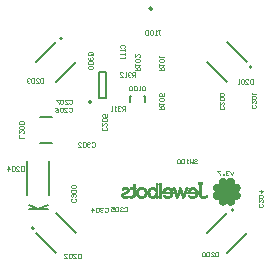
<source format=gbo>
G04 Layer_Color=32896*
%FSLAX25Y25*%
%MOIN*%
G70*
G01*
G75*
%ADD44C,0.00400*%
%ADD46C,0.00500*%
%ADD75C,0.00787*%
%ADD138C,0.00100*%
D44*
X5800Y12800D02*
X7299D01*
Y13550D01*
X7050Y13800D01*
X6550D01*
X6300Y13550D01*
Y12800D01*
Y13300D02*
X5800Y13800D01*
Y14299D02*
Y14799D01*
Y14549D01*
X7299D01*
X7050Y14299D01*
Y15549D02*
X7299Y15799D01*
Y16299D01*
X7050Y16549D01*
X6050D01*
X5800Y16299D01*
Y15799D01*
X6050Y15549D01*
X7050D01*
X7299Y18048D02*
Y17049D01*
X6550D01*
X6800Y17549D01*
Y17798D01*
X6550Y18048D01*
X6050D01*
X5800Y17798D01*
Y17299D01*
X6050Y17049D01*
X82Y19334D02*
Y20334D01*
X332Y20584D01*
X832D01*
X1082Y20334D01*
Y19334D01*
X832Y19084D01*
X332D01*
X582Y19584D02*
X82Y19084D01*
X332D02*
X82Y19334D01*
X-418Y19084D02*
X-918D01*
X-668D01*
Y20584D01*
X-418Y20334D01*
X-1667D02*
X-1917Y20584D01*
X-2417D01*
X-2667Y20334D01*
Y19334D01*
X-2417Y19084D01*
X-1917D01*
X-1667Y19334D01*
Y20334D01*
X-3167D02*
X-3417Y20584D01*
X-3917D01*
X-4167Y20334D01*
Y19334D01*
X-3917Y19084D01*
X-3417D01*
X-3167Y19334D01*
Y20334D01*
X17500Y-4050D02*
X17750Y-3801D01*
X18250D01*
X18500Y-4050D01*
Y-4300D01*
X18250Y-4550D01*
X17750D01*
X17500Y-4800D01*
Y-5050D01*
X17750Y-5300D01*
X18250D01*
X18500Y-5050D01*
X17000Y-3801D02*
Y-5300D01*
X16501Y-4800D01*
X16001Y-5300D01*
Y-3801D01*
X15501Y-5300D02*
X15001D01*
X15251D01*
Y-3801D01*
X15501Y-4050D01*
X14251D02*
X14001Y-3801D01*
X13502D01*
X13252Y-4050D01*
Y-5050D01*
X13502Y-5300D01*
X14001D01*
X14251Y-5050D01*
Y-4050D01*
X12752D02*
X12502Y-3801D01*
X12002D01*
X11752Y-4050D01*
Y-5050D01*
X12002Y-5300D01*
X12502D01*
X12752Y-5050D01*
Y-4050D01*
X-2100Y23600D02*
Y25100D01*
X-2850D01*
X-3100Y24850D01*
Y24350D01*
X-2850Y24100D01*
X-2100D01*
X-2600D02*
X-3100Y23600D01*
X-3599Y24850D02*
X-3849Y25100D01*
X-4349D01*
X-4599Y24850D01*
Y24600D01*
X-4349Y24350D01*
X-4099D01*
X-4349D01*
X-4599Y24100D01*
Y23850D01*
X-4349Y23600D01*
X-3849D01*
X-3599Y23850D01*
X-5099Y23600D02*
X-5599D01*
X-5349D01*
Y25100D01*
X-5099Y24850D01*
X-7348Y23600D02*
X-6349D01*
X-7348Y24600D01*
Y24850D01*
X-7098Y25100D01*
X-6599D01*
X-6349Y24850D01*
X-5500Y12300D02*
Y13800D01*
X-6250D01*
X-6500Y13550D01*
Y13050D01*
X-6250Y12800D01*
X-5500D01*
X-6000D02*
X-6500Y12300D01*
X-7000Y13550D02*
X-7249Y13800D01*
X-7749D01*
X-7999Y13550D01*
Y13300D01*
X-7749Y13050D01*
X-7499D01*
X-7749D01*
X-7999Y12800D01*
Y12550D01*
X-7749Y12300D01*
X-7249D01*
X-7000Y12550D01*
X-8499Y12300D02*
X-8999D01*
X-8749D01*
Y13800D01*
X-8499Y13550D01*
X-9749Y12300D02*
X-10249D01*
X-9999D01*
Y13800D01*
X-9749Y13550D01*
X-2119Y25800D02*
X-619D01*
Y26550D01*
X-869Y26800D01*
X-1369D01*
X-1619Y26550D01*
Y25800D01*
Y26300D02*
X-2119Y26800D01*
Y27299D02*
Y27799D01*
Y27549D01*
X-619D01*
X-869Y27299D01*
Y28549D02*
X-619Y28799D01*
Y29299D01*
X-869Y29549D01*
X-1869D01*
X-2119Y29299D01*
Y28799D01*
X-1869Y28549D01*
X-869D01*
X-2119Y31048D02*
Y30049D01*
X-1119Y31048D01*
X-869D01*
X-619Y30798D01*
Y30299D01*
X-869Y30049D01*
X5880Y25782D02*
X7380D01*
Y26532D01*
X7130Y26782D01*
X6630D01*
X6380Y26532D01*
Y25782D01*
Y26282D02*
X5880Y26782D01*
Y27281D02*
Y27781D01*
Y27531D01*
X7380D01*
X7130Y27281D01*
Y28531D02*
X7380Y28781D01*
Y29281D01*
X7130Y29531D01*
X6130D01*
X5880Y29281D01*
Y28781D01*
X6130Y28531D01*
X7130D01*
X5880Y30031D02*
Y30530D01*
Y30281D01*
X7380D01*
X7130Y30031D01*
X-16650Y30700D02*
X-17650D01*
X-17899Y30950D01*
Y31450D01*
X-17650Y31700D01*
X-16650D01*
X-16400Y31450D01*
Y30950D01*
X-16900Y31200D02*
X-16400Y30700D01*
Y30950D02*
X-16650Y30700D01*
X-17650Y30200D02*
X-17899Y29951D01*
Y29451D01*
X-17650Y29201D01*
X-17400D01*
X-17150Y29451D01*
Y29701D01*
Y29451D01*
X-16900Y29201D01*
X-16650D01*
X-16400Y29451D01*
Y29951D01*
X-16650Y30200D01*
X-17650Y28701D02*
X-17899Y28451D01*
Y27951D01*
X-17650Y27701D01*
X-16650D01*
X-16400Y27951D01*
Y28451D01*
X-16650Y28701D01*
X-17650D01*
Y27201D02*
X-17899Y26952D01*
Y26452D01*
X-17650Y26202D01*
X-16650D01*
X-16400Y26452D01*
Y26952D01*
X-16650Y27201D01*
X-17650D01*
X-39301Y3200D02*
X-40800D01*
Y4200D01*
Y5699D02*
Y4699D01*
X-39800Y5699D01*
X-39550D01*
X-39301Y5449D01*
Y4949D01*
X-39550Y4699D01*
Y6199D02*
X-39301Y6449D01*
Y6949D01*
X-39550Y7199D01*
X-40550D01*
X-40800Y6949D01*
Y6449D01*
X-40550Y6199D01*
X-39550D01*
Y7699D02*
X-39301Y7948D01*
Y8448D01*
X-39550Y8698D01*
X-40550D01*
X-40800Y8448D01*
Y7948D01*
X-40550Y7699D01*
X-39550D01*
X5500Y39099D02*
X6000D01*
X5750D01*
Y37850D01*
X6000Y37600D01*
X6250D01*
X6500Y37850D01*
X5001Y37600D02*
X4501D01*
X4751D01*
Y39099D01*
X5001Y38850D01*
X3751D02*
X3501Y39099D01*
X3001D01*
X2751Y38850D01*
Y37850D01*
X3001Y37600D01*
X3501D01*
X3751Y37850D01*
Y38850D01*
X2251D02*
X2001Y39099D01*
X1502D01*
X1252Y38850D01*
Y37850D01*
X1502Y37600D01*
X2001D01*
X2251Y37850D01*
Y38850D01*
X-39400Y-6301D02*
Y-7800D01*
X-40150D01*
X-40400Y-7550D01*
Y-6550D01*
X-40150Y-6301D01*
X-39400D01*
X-41899Y-7800D02*
X-40900D01*
X-41899Y-6800D01*
Y-6550D01*
X-41649Y-6301D01*
X-41149D01*
X-40900Y-6550D01*
X-42399D02*
X-42649Y-6301D01*
X-43149D01*
X-43399Y-6550D01*
Y-7550D01*
X-43149Y-7800D01*
X-42649D01*
X-42399Y-7550D01*
Y-6550D01*
X-44648Y-7800D02*
Y-6301D01*
X-43899Y-7050D01*
X-44898D01*
X-32800Y23099D02*
Y21600D01*
X-33550D01*
X-33800Y21850D01*
Y22850D01*
X-33550Y23099D01*
X-32800D01*
X-35299Y21600D02*
X-34299D01*
X-35299Y22600D01*
Y22850D01*
X-35049Y23099D01*
X-34549D01*
X-34299Y22850D01*
X-35799D02*
X-36049Y23099D01*
X-36549D01*
X-36799Y22850D01*
Y21850D01*
X-36549Y21600D01*
X-36049D01*
X-35799Y21850D01*
Y22850D01*
X-37299D02*
X-37549Y23099D01*
X-38048D01*
X-38298Y22850D01*
Y22600D01*
X-38048Y22350D01*
X-37798D01*
X-38048D01*
X-38298Y22100D01*
Y21850D01*
X-38048Y21600D01*
X-37549D01*
X-37299Y21850D01*
X-20349Y-35332D02*
Y-36832D01*
X-21099D01*
X-21349Y-36582D01*
Y-35582D01*
X-21099Y-35332D01*
X-20349D01*
X-22849Y-36832D02*
X-21849D01*
X-22849Y-35832D01*
Y-35582D01*
X-22599Y-35332D01*
X-22099D01*
X-21849Y-35582D01*
X-23349D02*
X-23598Y-35332D01*
X-24098D01*
X-24348Y-35582D01*
Y-36582D01*
X-24098Y-36832D01*
X-23598D01*
X-23349Y-36582D01*
Y-35582D01*
X-25848Y-36832D02*
X-24848D01*
X-25848Y-35832D01*
Y-35582D01*
X-25598Y-35332D01*
X-25098D01*
X-24848Y-35582D01*
X37049Y22831D02*
Y21332D01*
X36300D01*
X36050Y21582D01*
Y22581D01*
X36300Y22831D01*
X37049D01*
X34550Y21332D02*
X35550D01*
X34550Y22331D01*
Y22581D01*
X34800Y22831D01*
X35300D01*
X35550Y22581D01*
X34051D02*
X33801Y22831D01*
X33301D01*
X33051Y22581D01*
Y21582D01*
X33301Y21332D01*
X33801D01*
X34051Y21582D01*
Y22581D01*
X32551Y21332D02*
X32051D01*
X32301D01*
Y22831D01*
X32551Y22581D01*
X25555Y-34738D02*
Y-36237D01*
X24805D01*
X24555Y-35987D01*
Y-34988D01*
X24805Y-34738D01*
X25555D01*
X23056Y-36237D02*
X24055D01*
X23056Y-35237D01*
Y-34988D01*
X23306Y-34738D01*
X23806D01*
X24055Y-34988D01*
X22556D02*
X22306Y-34738D01*
X21806D01*
X21556Y-34988D01*
Y-35987D01*
X21806Y-36237D01*
X22306D01*
X22556Y-35987D01*
Y-34988D01*
X21056D02*
X20807Y-34738D01*
X20307D01*
X20057Y-34988D01*
Y-35987D01*
X20307Y-36237D01*
X20807D01*
X21056Y-35987D01*
Y-34988D01*
X-5770Y-20050D02*
X-5520Y-19801D01*
X-5020D01*
X-4770Y-20050D01*
Y-21050D01*
X-5020Y-21300D01*
X-5520D01*
X-5770Y-21050D01*
X-6270Y-20050D02*
X-6520Y-19801D01*
X-7019D01*
X-7269Y-20050D01*
Y-20300D01*
X-7019Y-20550D01*
X-6769D01*
X-7019D01*
X-7269Y-20800D01*
Y-21050D01*
X-7019Y-21300D01*
X-6520D01*
X-6270Y-21050D01*
X-7769Y-20050D02*
X-8019Y-19801D01*
X-8519D01*
X-8769Y-20050D01*
Y-21050D01*
X-8519Y-21300D01*
X-8019D01*
X-7769Y-21050D01*
Y-20050D01*
X-10268Y-19801D02*
X-9269D01*
Y-20550D01*
X-9769Y-20300D01*
X-10018D01*
X-10268Y-20550D01*
Y-21050D01*
X-10018Y-21300D01*
X-9519D01*
X-9269Y-21050D01*
X-12389Y-20250D02*
X-12139Y-20000D01*
X-11639D01*
X-11389Y-20250D01*
Y-21250D01*
X-11639Y-21500D01*
X-12139D01*
X-12389Y-21250D01*
X-12889Y-20250D02*
X-13138Y-20000D01*
X-13638D01*
X-13888Y-20250D01*
Y-20500D01*
X-13638Y-20750D01*
X-13388D01*
X-13638D01*
X-13888Y-21000D01*
Y-21250D01*
X-13638Y-21500D01*
X-13138D01*
X-12889Y-21250D01*
X-14388Y-20250D02*
X-14638Y-20000D01*
X-15138D01*
X-15388Y-20250D01*
Y-21250D01*
X-15138Y-21500D01*
X-14638D01*
X-14388Y-21250D01*
Y-20250D01*
X-16637Y-21500D02*
Y-20000D01*
X-15888Y-20750D01*
X-16887D01*
X-16700Y1550D02*
X-16450Y1799D01*
X-15950D01*
X-15700Y1550D01*
Y550D01*
X-15950Y300D01*
X-16450D01*
X-16700Y550D01*
X-17199Y1550D02*
X-17449Y1799D01*
X-17949D01*
X-18199Y1550D01*
Y1300D01*
X-17949Y1050D01*
X-17699D01*
X-17949D01*
X-18199Y800D01*
Y550D01*
X-17949Y300D01*
X-17449D01*
X-17199Y550D01*
X-18699Y1550D02*
X-18949Y1799D01*
X-19449D01*
X-19699Y1550D01*
Y550D01*
X-19449Y300D01*
X-18949D01*
X-18699Y550D01*
Y1550D01*
X-21198Y300D02*
X-20198D01*
X-21198Y1300D01*
Y1550D01*
X-20948Y1799D01*
X-20448D01*
X-20198Y1550D01*
X-22250Y-17000D02*
X-22001Y-17250D01*
Y-17750D01*
X-22250Y-18000D01*
X-23250D01*
X-23500Y-17750D01*
Y-17250D01*
X-23250Y-17000D01*
X-22250Y-16500D02*
X-22001Y-16251D01*
Y-15751D01*
X-22250Y-15501D01*
X-22500D01*
X-22750Y-15751D01*
Y-16001D01*
Y-15751D01*
X-23000Y-15501D01*
X-23250D01*
X-23500Y-15751D01*
Y-16251D01*
X-23250Y-16500D01*
X-22250Y-15001D02*
X-22001Y-14751D01*
Y-14251D01*
X-22250Y-14001D01*
X-23250D01*
X-23500Y-14251D01*
Y-14751D01*
X-23250Y-15001D01*
X-22250D01*
Y-13501D02*
X-22001Y-13251D01*
Y-12752D01*
X-22250Y-12502D01*
X-23250D01*
X-23500Y-12752D01*
Y-13251D01*
X-23250Y-13501D01*
X-22250D01*
X-24200Y15750D02*
X-23950Y16000D01*
X-23450D01*
X-23200Y15750D01*
Y14750D01*
X-23450Y14500D01*
X-23950D01*
X-24200Y14750D01*
X-25699Y14500D02*
X-24700D01*
X-25699Y15500D01*
Y15750D01*
X-25449Y16000D01*
X-24949D01*
X-24700Y15750D01*
X-26199D02*
X-26449Y16000D01*
X-26949D01*
X-27199Y15750D01*
Y14750D01*
X-26949Y14500D01*
X-26449D01*
X-26199Y14750D01*
Y15750D01*
X-27699Y16000D02*
X-28698D01*
Y15750D01*
X-27699Y14750D01*
Y14500D01*
X-24300Y13050D02*
X-24050Y13299D01*
X-23550D01*
X-23300Y13050D01*
Y12050D01*
X-23550Y11800D01*
X-24050D01*
X-24300Y12050D01*
X-25799Y11800D02*
X-24800D01*
X-25799Y12800D01*
Y13050D01*
X-25549Y13299D01*
X-25049D01*
X-24800Y13050D01*
X-26299D02*
X-26549Y13299D01*
X-27049D01*
X-27299Y13050D01*
Y12050D01*
X-27049Y11800D01*
X-26549D01*
X-26299Y12050D01*
Y13050D01*
X-28798Y13299D02*
X-28298Y13050D01*
X-27799Y12550D01*
Y12050D01*
X-28049Y11800D01*
X-28548D01*
X-28798Y12050D01*
Y12300D01*
X-28548Y12550D01*
X-27799D01*
X-11850Y6700D02*
X-11601Y6450D01*
Y5950D01*
X-11850Y5700D01*
X-12850D01*
X-13100Y5950D01*
Y6450D01*
X-12850Y6700D01*
X-13100Y8199D02*
Y7199D01*
X-12100Y8199D01*
X-11850D01*
X-11601Y7949D01*
Y7449D01*
X-11850Y7199D01*
Y8699D02*
X-11601Y8949D01*
Y9449D01*
X-11850Y9699D01*
X-12850D01*
X-13100Y9449D01*
Y8949D01*
X-12850Y8699D01*
X-11850D01*
X-11601Y11198D02*
Y10199D01*
X-12350D01*
X-12100Y10698D01*
Y10948D01*
X-12350Y11198D01*
X-12850D01*
X-13100Y10948D01*
Y10448D01*
X-12850Y10199D01*
X40250Y-18800D02*
X40499Y-19050D01*
Y-19550D01*
X40250Y-19800D01*
X39250D01*
X39000Y-19550D01*
Y-19050D01*
X39250Y-18800D01*
X39000Y-17301D02*
Y-18301D01*
X40000Y-17301D01*
X40250D01*
X40499Y-17551D01*
Y-18051D01*
X40250Y-18301D01*
Y-16801D02*
X40499Y-16551D01*
Y-16051D01*
X40250Y-15801D01*
X39250D01*
X39000Y-16051D01*
Y-16551D01*
X39250Y-16801D01*
X40250D01*
X39000Y-14552D02*
X40499D01*
X39750Y-15301D01*
Y-14302D01*
X37850Y14200D02*
X38100Y13950D01*
Y13450D01*
X37850Y13200D01*
X36850D01*
X36600Y13450D01*
Y13950D01*
X36850Y14200D01*
X36600Y15699D02*
Y14699D01*
X37600Y15699D01*
X37850D01*
X38100Y15449D01*
Y14949D01*
X37850Y14699D01*
Y16199D02*
X38100Y16449D01*
Y16949D01*
X37850Y17199D01*
X36850D01*
X36600Y16949D01*
Y16449D01*
X36850Y16199D01*
X37850D01*
X36600Y17699D02*
Y18198D01*
Y17948D01*
X38100D01*
X37850Y17699D01*
X27250Y13700D02*
X27499Y13450D01*
Y12950D01*
X27250Y12700D01*
X26250D01*
X26000Y12950D01*
Y13450D01*
X26250Y13700D01*
X26000Y15199D02*
Y14199D01*
X27000Y15199D01*
X27250D01*
X27499Y14949D01*
Y14449D01*
X27250Y14199D01*
Y15699D02*
X27499Y15949D01*
Y16449D01*
X27250Y16699D01*
X26250D01*
X26000Y16449D01*
Y15949D01*
X26250Y15699D01*
X27250D01*
Y17199D02*
X27499Y17448D01*
Y17948D01*
X27250Y18198D01*
X26250D01*
X26000Y17948D01*
Y17448D01*
X26250Y17199D01*
X27250D01*
X-6949Y33225D02*
X-7199Y33475D01*
Y33974D01*
X-6949Y34224D01*
X-5949D01*
X-5699Y33974D01*
Y33475D01*
X-5949Y33225D01*
X-5699Y32725D02*
Y32225D01*
Y32475D01*
X-7199D01*
X-6949Y32725D01*
X-5699Y31475D02*
Y30975D01*
Y31225D01*
X-7199D01*
X-6949Y31475D01*
X-5699Y30226D02*
Y29726D01*
Y29976D01*
X-7199D01*
X-6949Y30226D01*
X30500Y-8200D02*
X30000Y-9200D01*
X29500Y-8200D01*
X29000Y-7950D02*
X28751Y-7700D01*
X28251D01*
X28001Y-7950D01*
Y-8200D01*
X28251Y-8450D01*
X28501D01*
X28251D01*
X28001Y-8700D01*
Y-8950D01*
X28251Y-9200D01*
X28751D01*
X29000Y-8950D01*
X27501Y-9200D02*
Y-8950D01*
X27251D01*
Y-9200D01*
X27501D01*
X26251Y-7700D02*
X25252D01*
Y-7950D01*
X26251Y-8950D01*
Y-9200D01*
D46*
X36732Y26873D02*
G03*
X36732Y26873I-394J0D01*
G01*
X-35945Y-26873D02*
G03*
X-35945Y-26873I-394J0D01*
G01*
X-26479Y36338D02*
G03*
X-26479Y36338I-394J0D01*
G01*
X30607Y-20748D02*
G03*
X30607Y-20748I-394J0D01*
G01*
X-16642Y15188D02*
G03*
X-16642Y15188I-591J0D01*
G01*
X3545Y46291D02*
G03*
X3545Y46291I-557J0D01*
G01*
X21862Y28543D02*
X28543Y21862D01*
X28543Y35225D02*
X35225Y28543D01*
X-28543Y-21862D02*
X-21862Y-28543D01*
X-35225Y-28543D02*
X-28543Y-35225D01*
X-28543Y21862D02*
X-21862Y28543D01*
X-35225Y28543D02*
X-28543Y35225D01*
X28543Y-35225D02*
X35225Y-28543D01*
X21862Y-28543D02*
X28543Y-21862D01*
X-33768Y1469D02*
X-29831D01*
X-33768Y10131D02*
X-29831D01*
X-37650Y-19055D02*
X-34500Y-20630D01*
X-31350Y-19055D01*
X-38240Y-15709D02*
Y-4390D01*
X-30760Y-15709D02*
Y-4390D01*
X-37650Y-20630D02*
X-31350D01*
X-4059Y17272D02*
X-3620D01*
X-4059Y15303D02*
Y17272D01*
X620D02*
X1059D01*
Y15303D02*
Y17272D01*
D75*
X-11819Y16369D02*
Y25031D01*
X-14181Y16369D02*
Y25031D01*
X-11819D01*
X-14181Y16369D02*
X-11819D01*
D138*
X29200Y-10200D02*
X29600D01*
X26700D02*
X27100D01*
X28900Y-10300D02*
X30000D01*
X26400D02*
X27500D01*
X28700Y-10400D02*
X30200D01*
X26200D02*
X27600D01*
X28600Y-10500D02*
X30300D01*
X26100D02*
X27800D01*
X28500Y-10600D02*
X30400D01*
X26000D02*
X27900D01*
X28400Y-10700D02*
X30500D01*
X25900D02*
X28000D01*
X28300Y-10800D02*
X30600D01*
X25800D02*
X28100D01*
X28300Y-10900D02*
X30600D01*
X25800D02*
X28100D01*
X25700Y-11000D02*
X30700D01*
X25700Y-11100D02*
X30700D01*
X25600Y-11200D02*
X30700D01*
X25600Y-11300D02*
X30700D01*
X25600Y-11400D02*
X30800D01*
X19400D02*
X20000D01*
X18700D02*
X19300D01*
X25600Y-11500D02*
X30800D01*
X18700D02*
X20100D01*
X25600Y-11600D02*
X30800D01*
X18600D02*
X20200D01*
X25600Y-11700D02*
X30800D01*
X18600D02*
X20200D01*
X25600Y-11800D02*
X30700D01*
X18600D02*
X20200D01*
X25700Y-11900D02*
X30700D01*
X18600D02*
X20200D01*
X5800D02*
X6300D01*
X4800D02*
X5200D01*
X25700Y-12000D02*
X30700D01*
X18700D02*
X20100D01*
X5800D02*
X6400D01*
X4700D02*
X5300D01*
X30800Y-12100D02*
X31700D01*
X25700D02*
X30600D01*
X24600D02*
X25600D01*
X18800D02*
X20000D01*
X5700D02*
X6500D01*
X4600D02*
X5400D01*
X24400Y-12200D02*
X31900D01*
X18900D02*
X19900D01*
X5700D02*
X6500D01*
X4600D02*
X5400D01*
X24300Y-12300D02*
X32100D01*
X19000D02*
X19800D01*
X5800D02*
X6500D01*
X4600D02*
X5300D01*
X-2800D02*
X-2400D01*
X24200Y-12400D02*
X32200D01*
X19100D02*
X19700D01*
X5900D02*
X6500D01*
X4600D02*
X5200D01*
X-2900D02*
X-2200D01*
X24100Y-12500D02*
X32300D01*
X19200D02*
X19600D01*
X5900D02*
X6500D01*
X4600D02*
X5200D01*
X-2900D02*
X-2200D01*
X24000Y-12600D02*
X32400D01*
X19300D02*
X19500D01*
X5900D02*
X6500D01*
X4600D02*
X5200D01*
X-3000D02*
X-2200D01*
X23900Y-12700D02*
X32400D01*
X5900D02*
X6500D01*
X4600D02*
X5200D01*
X-3000D02*
X-2300D01*
X23900Y-12800D02*
X32500D01*
X19000D02*
X19200D01*
X5900D02*
X6500D01*
X4600D02*
X5200D01*
X-3000D02*
X-2400D01*
X23900Y-12900D02*
X32500D01*
X19400D02*
X19600D01*
X19000D02*
X19300D01*
X5900D02*
X6500D01*
X4600D02*
X5200D01*
X-3000D02*
X-2400D01*
X23800Y-13000D02*
X32500D01*
X19000D02*
X19700D01*
X5900D02*
X6500D01*
X4600D02*
X5200D01*
X-3000D02*
X-2400D01*
X23800Y-13100D02*
X32600D01*
X19000D02*
X19700D01*
X5900D02*
X6500D01*
X4600D02*
X5200D01*
X-3000D02*
X-2400D01*
X23800Y-13200D02*
X32600D01*
X19000D02*
X19700D01*
X5900D02*
X6500D01*
X4600D02*
X5200D01*
X-400D02*
X0D01*
X-3000D02*
X-2400D01*
X-5800D02*
X-5400D01*
X23800Y-13300D02*
X32600D01*
X19000D02*
X19700D01*
X16400D02*
X17400D01*
X14700D02*
X15100D01*
X12500D02*
X12900D01*
X10300D02*
X10700D01*
X8000D02*
X9100D01*
X5900D02*
X6500D01*
X4600D02*
X5200D01*
X3000D02*
X4000D01*
X-800D02*
X500D01*
X-3900D02*
X-2100D01*
X-6200D02*
X-5000D01*
X23800Y-13400D02*
X32600D01*
X19000D02*
X19700D01*
X16100D02*
X17600D01*
X14600D02*
X15300D01*
X12500D02*
X13000D01*
X10200D02*
X10900D01*
X7800D02*
X9300D01*
X5900D02*
X6500D01*
X4600D02*
X5200D01*
X2800D02*
X4200D01*
X-1000D02*
X700D01*
X-3900D02*
X-2000D01*
X-6400D02*
X-4800D01*
X23800Y-13500D02*
X32600D01*
X19000D02*
X19700D01*
X16000D02*
X17800D01*
X14500D02*
X15300D01*
X12400D02*
X13100D01*
X10200D02*
X11000D01*
X7600D02*
X9500D01*
X5900D02*
X6500D01*
X4600D02*
X5200D01*
X2600D02*
X4400D01*
X-1200D02*
X900D01*
X-3900D02*
X-2000D01*
X-6500D02*
X-4600D01*
X23800Y-13600D02*
X32600D01*
X19000D02*
X19700D01*
X15900D02*
X17900D01*
X14500D02*
X15300D01*
X12400D02*
X13100D01*
X10200D02*
X11000D01*
X7500D02*
X9600D01*
X5900D02*
X6500D01*
X4600D02*
X5200D01*
X2500D02*
X4500D01*
X-1300D02*
X1000D01*
X-3900D02*
X-2000D01*
X-6600D02*
X-4500D01*
X23800Y-13700D02*
X32500D01*
X19000D02*
X19700D01*
X15800D02*
X18100D01*
X14500D02*
X15200D01*
X12400D02*
X13100D01*
X10200D02*
X11000D01*
X7400D02*
X9700D01*
X5900D02*
X6500D01*
X2400D02*
X5200D01*
X-1400D02*
X1100D01*
X-3900D02*
X-2100D01*
X-6600D02*
X-4400D01*
X23900Y-13800D02*
X32500D01*
X19000D02*
X19700D01*
X17100D02*
X18200D01*
X15700D02*
X16700D01*
X14400D02*
X15100D01*
X12300D02*
X13200D01*
X10400D02*
X11100D01*
X8700D02*
X9800D01*
X7300D02*
X8400D01*
X5900D02*
X6500D01*
X3700D02*
X5200D01*
X2300D02*
X3300D01*
X200D02*
X1200D01*
X-1500D02*
X-500D01*
X-3000D02*
X-2400D01*
X-5300D02*
X-4400D01*
X-6600D02*
X-5900D01*
X23900Y-13900D02*
X32500D01*
X19000D02*
X19700D01*
X17400D02*
X18200D01*
X15600D02*
X16400D01*
X14400D02*
X15000D01*
X12300D02*
X13200D01*
X10500D02*
X11100D01*
X9000D02*
X9900D01*
X7200D02*
X8100D01*
X5900D02*
X6500D01*
X4000D02*
X5200D01*
X2200D02*
X3100D01*
X400D02*
X1300D01*
X-1600D02*
X-700D01*
X-3000D02*
X-2400D01*
X-5100D02*
X-4300D01*
X-6600D02*
X-6100D01*
X24000Y-14000D02*
X32400D01*
X19000D02*
X19700D01*
X17500D02*
X18300D01*
X15500D02*
X16300D01*
X14400D02*
X15000D01*
X12300D02*
X13200D01*
X10500D02*
X11100D01*
X9200D02*
X10000D01*
X7200D02*
X8000D01*
X5900D02*
X6500D01*
X4200D02*
X5200D01*
X2100D02*
X2900D01*
X600D02*
X1400D01*
X-1700D02*
X-900D01*
X-3000D02*
X-2400D01*
X-5000D02*
X-4300D01*
X-6500D02*
X-6200D01*
X24000Y-14100D02*
X32400D01*
X19000D02*
X19700D01*
X17600D02*
X18400D01*
X15500D02*
X16200D01*
X14300D02*
X15000D01*
X12200D02*
X13300D01*
X10500D02*
X11200D01*
X9300D02*
X10000D01*
X7100D02*
X7900D01*
X5900D02*
X6500D01*
X4300D02*
X5200D01*
X2100D02*
X2800D01*
X700D02*
X1400D01*
X-1700D02*
X-1000D01*
X-3000D02*
X-2400D01*
X-4900D02*
X-4300D01*
X24100Y-14200D02*
X32300D01*
X19000D02*
X19700D01*
X17700D02*
X18400D01*
X15400D02*
X16100D01*
X14300D02*
X14900D01*
X12200D02*
X13300D01*
X10600D02*
X11200D01*
X9400D02*
X10100D01*
X7100D02*
X7800D01*
X5900D02*
X6500D01*
X4300D02*
X5200D01*
X2000D02*
X2700D01*
X800D02*
X1500D01*
X-1800D02*
X-1100D01*
X-3000D02*
X-2400D01*
X-4900D02*
X-4300D01*
X24200Y-14300D02*
X32200D01*
X19000D02*
X19700D01*
X17800D02*
X18500D01*
X15400D02*
X16000D01*
X14300D02*
X14900D01*
X12200D02*
X13300D01*
X10600D02*
X11300D01*
X9500D02*
X10100D01*
X7000D02*
X7700D01*
X5900D02*
X6500D01*
X4400D02*
X5200D01*
X2000D02*
X2700D01*
X900D02*
X1500D01*
X-1800D02*
X-1200D01*
X-3000D02*
X-2400D01*
X-4900D02*
X-4300D01*
X24300Y-14400D02*
X32100D01*
X19000D02*
X19700D01*
X17900D02*
X18500D01*
X15300D02*
X16000D01*
X14200D02*
X14800D01*
X12800D02*
X13400D01*
X12100D02*
X12700D01*
X10700D02*
X11300D01*
X9500D02*
X10200D01*
X7000D02*
X7600D01*
X5900D02*
X6500D01*
X4500D02*
X5200D01*
X2000D02*
X2600D01*
X900D02*
X1600D01*
X-1900D02*
X-1200D01*
X-3000D02*
X-2400D01*
X-5000D02*
X-4300D01*
X24400Y-14500D02*
X31900D01*
X19000D02*
X19700D01*
X17900D02*
X18500D01*
X15300D02*
X15900D01*
X14200D02*
X14800D01*
X12800D02*
X13400D01*
X12100D02*
X12700D01*
X10700D02*
X11300D01*
X9600D02*
X10200D01*
X7000D02*
X7600D01*
X5900D02*
X6500D01*
X4500D02*
X5200D01*
X1900D02*
X2600D01*
X1000D02*
X1600D01*
X-1900D02*
X-1300D01*
X-3000D02*
X-2400D01*
X-5100D02*
X-4400D01*
X24700Y-14600D02*
X31700D01*
X19000D02*
X19700D01*
X17900D02*
X18600D01*
X15300D02*
X15900D01*
X14200D02*
X14800D01*
X12800D02*
X13400D01*
X12100D02*
X12700D01*
X10700D02*
X11400D01*
X9600D02*
X10200D01*
X6900D02*
X7600D01*
X5900D02*
X6500D01*
X4500D02*
X5200D01*
X1900D02*
X2600D01*
X1000D02*
X1600D01*
X-1900D02*
X-1300D01*
X-3000D02*
X-2400D01*
X-5300D02*
X-4400D01*
X24400Y-14700D02*
X31900D01*
X19000D02*
X19700D01*
X18000D02*
X18600D01*
X15300D02*
X15900D01*
X14100D02*
X14700D01*
X12800D02*
X13400D01*
X12000D02*
X12600D01*
X10800D02*
X11400D01*
X9600D02*
X10200D01*
X6900D02*
X7500D01*
X5900D02*
X6500D01*
X4600D02*
X5200D01*
X1900D02*
X2500D01*
X1000D02*
X1700D01*
X-2000D02*
X-1300D01*
X-3000D02*
X-2400D01*
X-5600D02*
X-4500D01*
X24300Y-14800D02*
X32100D01*
X19000D02*
X19700D01*
X15200D02*
X18600D01*
X14100D02*
X14700D01*
X12900D02*
X13500D01*
X12000D02*
X12600D01*
X10800D02*
X11400D01*
X6900D02*
X10300D01*
X5900D02*
X6500D01*
X4600D02*
X5200D01*
X1900D02*
X2500D01*
X1100D02*
X1700D01*
X-2000D02*
X-1300D01*
X-3000D02*
X-2400D01*
X-5800D02*
X-4600D01*
X24200Y-14900D02*
X32200D01*
X19000D02*
X19700D01*
X15200D02*
X18600D01*
X14000D02*
X14700D01*
X12900D02*
X13500D01*
X12000D02*
X12600D01*
X10800D02*
X11500D01*
X6900D02*
X10300D01*
X5900D02*
X6500D01*
X4600D02*
X5200D01*
X1900D02*
X2500D01*
X1100D02*
X1700D01*
X-2000D02*
X-1400D01*
X-3000D02*
X-2400D01*
X-6000D02*
X-4700D01*
X24100Y-15000D02*
X32300D01*
X19000D02*
X19700D01*
X15200D02*
X18600D01*
X14000D02*
X14600D01*
X12900D02*
X13500D01*
X12000D02*
X12500D01*
X10900D02*
X11500D01*
X6900D02*
X10300D01*
X5900D02*
X6500D01*
X4600D02*
X5200D01*
X1900D02*
X2500D01*
X1100D02*
X1700D01*
X-2000D02*
X-1400D01*
X-3000D02*
X-2400D01*
X-6200D02*
X-4900D01*
X24000Y-15100D02*
X32400D01*
X19000D02*
X19700D01*
X15200D02*
X18600D01*
X14000D02*
X14600D01*
X13000D02*
X13600D01*
X11900D02*
X12500D01*
X10900D02*
X11500D01*
X6900D02*
X10300D01*
X5900D02*
X6500D01*
X4600D02*
X5200D01*
X1900D02*
X2500D01*
X1100D02*
X1700D01*
X-2000D02*
X-1400D01*
X-3000D02*
X-2400D01*
X-6400D02*
X-5000D01*
X24000Y-15200D02*
X32400D01*
X19000D02*
X19700D01*
X15300D02*
X18600D01*
X13900D02*
X14600D01*
X13000D02*
X13600D01*
X11900D02*
X12500D01*
X10900D02*
X11600D01*
X7000D02*
X10300D01*
X5900D02*
X6500D01*
X4600D02*
X5200D01*
X1900D02*
X2500D01*
X1000D02*
X1700D01*
X-2000D02*
X-1300D01*
X-3000D02*
X-2400D01*
X-6500D02*
X-5300D01*
X23900Y-15300D02*
X32500D01*
X19000D02*
X19700D01*
X18000D02*
X18600D01*
X13900D02*
X14500D01*
X13000D02*
X13600D01*
X11900D02*
X12400D01*
X11000D02*
X11600D01*
X9600D02*
X10200D01*
X5900D02*
X6500D01*
X4500D02*
X5200D01*
X1900D02*
X2600D01*
X1000D02*
X1700D01*
X-2000D02*
X-1300D01*
X-3000D02*
X-2400D01*
X-6600D02*
X-5500D01*
X23900Y-15400D02*
X32500D01*
X19000D02*
X19700D01*
X17900D02*
X18600D01*
X13900D02*
X14500D01*
X13100D02*
X13700D01*
X11800D02*
X12400D01*
X11000D02*
X11600D01*
X9600D02*
X10200D01*
X5900D02*
X6500D01*
X4500D02*
X5200D01*
X1900D02*
X2600D01*
X1000D02*
X1600D01*
X-1900D02*
X-1300D01*
X-3000D02*
X-2400D01*
X-6600D02*
X-5700D01*
X23800Y-15500D02*
X32500D01*
X19100D02*
X19700D01*
X17900D02*
X18500D01*
X13800D02*
X14400D01*
X13100D02*
X13700D01*
X11800D02*
X12400D01*
X11100D02*
X11700D01*
X9600D02*
X10200D01*
X5900D02*
X6500D01*
X4500D02*
X5200D01*
X2000D02*
X2600D01*
X1000D02*
X1600D01*
X-1900D02*
X-1300D01*
X-3000D02*
X-2400D01*
X-6700D02*
X-5900D01*
X23800Y-15600D02*
X32600D01*
X19100D02*
X19700D01*
X17900D02*
X18500D01*
X13800D02*
X14400D01*
X13100D02*
X13700D01*
X11800D02*
X12300D01*
X11100D02*
X11700D01*
X9500D02*
X10200D01*
X5900D02*
X6500D01*
X4400D02*
X5200D01*
X2000D02*
X2700D01*
X900D02*
X1600D01*
X-1900D02*
X-1200D01*
X-3000D02*
X-2400D01*
X-6800D02*
X-6100D01*
X23800Y-15700D02*
X32600D01*
X21400D02*
X21700D01*
X19100D02*
X19700D01*
X17800D02*
X18500D01*
X13800D02*
X14400D01*
X13200D02*
X13700D01*
X11100D02*
X12300D01*
X9500D02*
X10100D01*
X5900D02*
X6500D01*
X4400D02*
X5200D01*
X2000D02*
X2700D01*
X800D02*
X1500D01*
X-1800D02*
X-1100D01*
X-3000D02*
X-2400D01*
X-6800D02*
X-6100D01*
X23800Y-15800D02*
X32600D01*
X21300D02*
X21800D01*
X19100D02*
X19800D01*
X17700D02*
X18400D01*
X13800D02*
X14300D01*
X13200D02*
X13700D01*
X11200D02*
X12300D01*
X9400D02*
X10100D01*
X5900D02*
X6500D01*
X4300D02*
X5200D01*
X2100D02*
X2800D01*
X800D02*
X1500D01*
X-1800D02*
X-1100D01*
X-3000D02*
X-2400D01*
X-6800D02*
X-6200D01*
X23800Y-15900D02*
X32600D01*
X21300D02*
X21900D01*
X19100D02*
X19800D01*
X17700D02*
X18400D01*
X15500D02*
X15900D01*
X13200D02*
X14300D01*
X11200D02*
X12200D01*
X9300D02*
X10100D01*
X7200D02*
X7600D01*
X5900D02*
X6500D01*
X4200D02*
X5200D01*
X2100D02*
X2900D01*
X700D02*
X1400D01*
X-1700D02*
X-1000D01*
X-3100D02*
X-2400D01*
X-6800D02*
X-6100D01*
X23800Y-16000D02*
X32600D01*
X21200D02*
X21900D01*
X19200D02*
X19900D01*
X17600D02*
X18300D01*
X15500D02*
X16100D01*
X13300D02*
X14300D01*
X11200D02*
X12200D01*
X9200D02*
X10000D01*
X7100D02*
X7700D01*
X5900D02*
X6500D01*
X4100D02*
X5200D01*
X2200D02*
X3000D01*
X500D02*
X1400D01*
X-1700D02*
X-900D01*
X-3100D02*
X-2400D01*
X-4800D02*
X-4500D01*
X-6800D02*
X-6100D01*
X23800Y-16100D02*
X32600D01*
X21000D02*
X21800D01*
X19200D02*
X20000D01*
X17400D02*
X18300D01*
X15500D02*
X16200D01*
X13300D02*
X14200D01*
X11300D02*
X12200D01*
X9100D02*
X9900D01*
X7100D02*
X7900D01*
X5900D02*
X6500D01*
X3900D02*
X5200D01*
X2200D02*
X3100D01*
X400D02*
X1300D01*
X-1600D02*
X-700D01*
X-3200D02*
X-2500D01*
X-4900D02*
X-4400D01*
X-6800D02*
X-6000D01*
X23800Y-16200D02*
X32500D01*
X20900D02*
X21800D01*
X19300D02*
X20100D01*
X17200D02*
X18200D01*
X15500D02*
X16500D01*
X13300D02*
X14200D01*
X11300D02*
X12200D01*
X8900D02*
X9900D01*
X7100D02*
X8100D01*
X5900D02*
X6500D01*
X2300D02*
X5200D01*
X100D02*
X1200D01*
X-1500D02*
X-500D01*
X-4100D02*
X-2500D01*
X-5200D02*
X-4300D01*
X-6700D02*
X-5800D01*
X23900Y-16300D02*
X32500D01*
X19400D02*
X21700D01*
X15500D02*
X18100D01*
X13400D02*
X14200D01*
X11300D02*
X12100D01*
X7200D02*
X9800D01*
X5800D02*
X6500D01*
X4600D02*
X5300D01*
X2400D02*
X4500D01*
X-1400D02*
X1100D01*
X-4200D02*
X-2600D01*
X-6700D02*
X-4300D01*
X23900Y-16400D02*
X32500D01*
X19400D02*
X21600D01*
X15600D02*
X18000D01*
X13400D02*
X14100D01*
X11400D02*
X12100D01*
X7300D02*
X9700D01*
X5700D02*
X6500D01*
X4600D02*
X5400D01*
X2500D02*
X4500D01*
X-1300D02*
X1000D01*
X-4200D02*
X-2600D01*
X-6600D02*
X-4400D01*
X23900Y-16500D02*
X32400D01*
X19500D02*
X21500D01*
X15800D02*
X17900D01*
X13400D02*
X14100D01*
X11400D02*
X12100D01*
X7400D02*
X9500D01*
X5700D02*
X6500D01*
X4600D02*
X5400D01*
X2600D02*
X4400D01*
X-1200D02*
X800D01*
X-4200D02*
X-2700D01*
X-6500D02*
X-4500D01*
X24000Y-16600D02*
X32400D01*
X19700D02*
X21300D01*
X15900D02*
X17700D01*
X13500D02*
X14000D01*
X11500D02*
X12000D01*
X7600D02*
X9400D01*
X5800D02*
X6400D01*
X4700D02*
X5300D01*
X2800D02*
X4200D01*
X-1000D02*
X700D01*
X-4100D02*
X-2800D01*
X-6300D02*
X-4700D01*
X24100Y-16700D02*
X32300D01*
X19900D02*
X21100D01*
X16100D02*
X17500D01*
X13500D02*
X13900D01*
X11500D02*
X11900D01*
X7800D02*
X9200D01*
X5800D02*
X6300D01*
X4800D02*
X5200D01*
X3000D02*
X4000D01*
X-800D02*
X400D01*
X-3900D02*
X-3100D01*
X-6100D02*
X-4900D01*
X24200Y-16800D02*
X32200D01*
X20200D02*
X20800D01*
X16600D02*
X17100D01*
X8300D02*
X8800D01*
X24300Y-16900D02*
X32100D01*
X24400Y-17000D02*
X31900D01*
X30800Y-17100D02*
X31700D01*
X25700D02*
X30600D01*
X24600D02*
X25600D01*
X25700Y-17200D02*
X30700D01*
X25700Y-17300D02*
X30700D01*
X25600Y-17400D02*
X30700D01*
X25600Y-17500D02*
X30800D01*
X25600Y-17600D02*
X30800D01*
X25600Y-17700D02*
X30800D01*
X25600Y-17800D02*
X30800D01*
X25600Y-17900D02*
X30700D01*
X25600Y-18000D02*
X30700D01*
X25700Y-18100D02*
X30700D01*
X25700Y-18200D02*
X30700D01*
X28300Y-18300D02*
X30600D01*
X25800D02*
X28100D01*
X28300Y-18400D02*
X30600D01*
X25800D02*
X28100D01*
X28400Y-18500D02*
X30500D01*
X25900D02*
X28000D01*
X28500Y-18600D02*
X30400D01*
X26000D02*
X27900D01*
X28600Y-18700D02*
X30300D01*
X26100D02*
X27800D01*
X28700Y-18800D02*
X30200D01*
X26200D02*
X27600D01*
X28900Y-18900D02*
X30000D01*
X26400D02*
X27500D01*
X29200Y-19000D02*
X29600D01*
X26700D02*
X27100D01*
M02*

</source>
